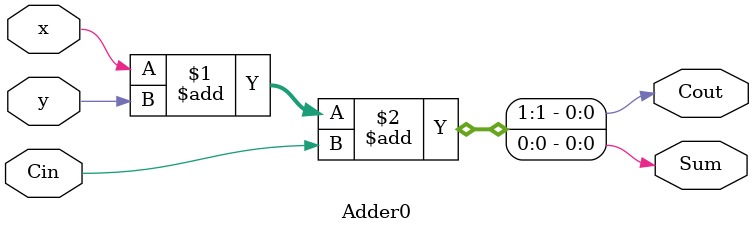
<source format=sv>
module Adder0(
  input  bit x,
  input  bit y,
  input  bit Cin,
  
  output bit Cout,
  output bit Sum
);
  assign {Cout, Sum} = x+y+Cin;
endmodule 
</source>
